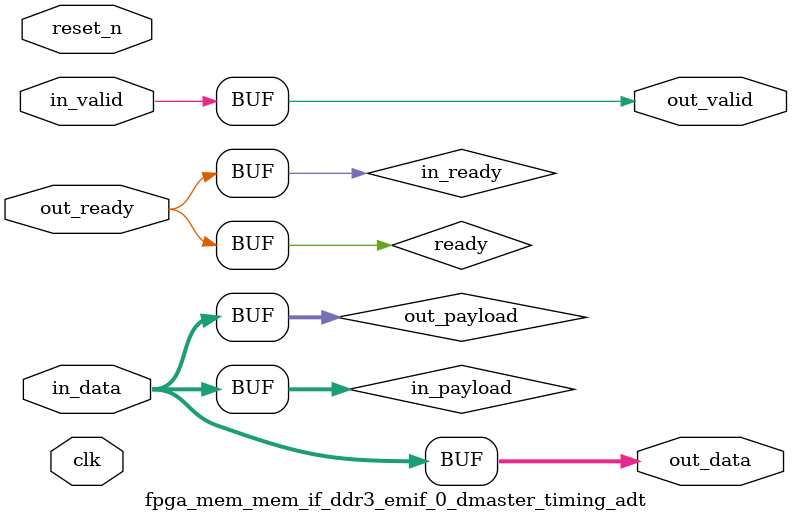
<source format=v>

`timescale 1ns / 100ps
module fpga_mem_mem_if_ddr3_emif_0_dmaster_timing_adt (
    
      // Interface: clk
      input              clk,
      // Interface: reset
      input              reset_n,
      // Interface: in
      input              in_valid,
      input      [ 7: 0] in_data,
      // Interface: out
      output reg         out_valid,
      output reg [ 7: 0] out_data,
      input              out_ready
);




   // ---------------------------------------------------------------------
   //| Signal Declarations
   // ---------------------------------------------------------------------

   reg  [ 7: 0] in_payload;
   reg  [ 7: 0] out_payload;
   reg  [ 0: 0] ready;
   reg          in_ready;
   // synthesis translate_off
   always @(negedge in_ready) begin
      $display("%m: The downstream component is backpressuring by deasserting ready, but the upstream component can't be backpressured.");
   end
   // synthesis translate_on   


   // ---------------------------------------------------------------------
   //| Payload Mapping
   // ---------------------------------------------------------------------
   always @* begin
     in_payload = {in_data};
     {out_data} = out_payload;
   end

   // ---------------------------------------------------------------------
   //| Ready & valid signals.
   // ---------------------------------------------------------------------
   always @* begin
     ready[0] = out_ready;
     out_valid = in_valid;
     out_payload = in_payload;
     in_ready = ready[0];
   end




endmodule


</source>
